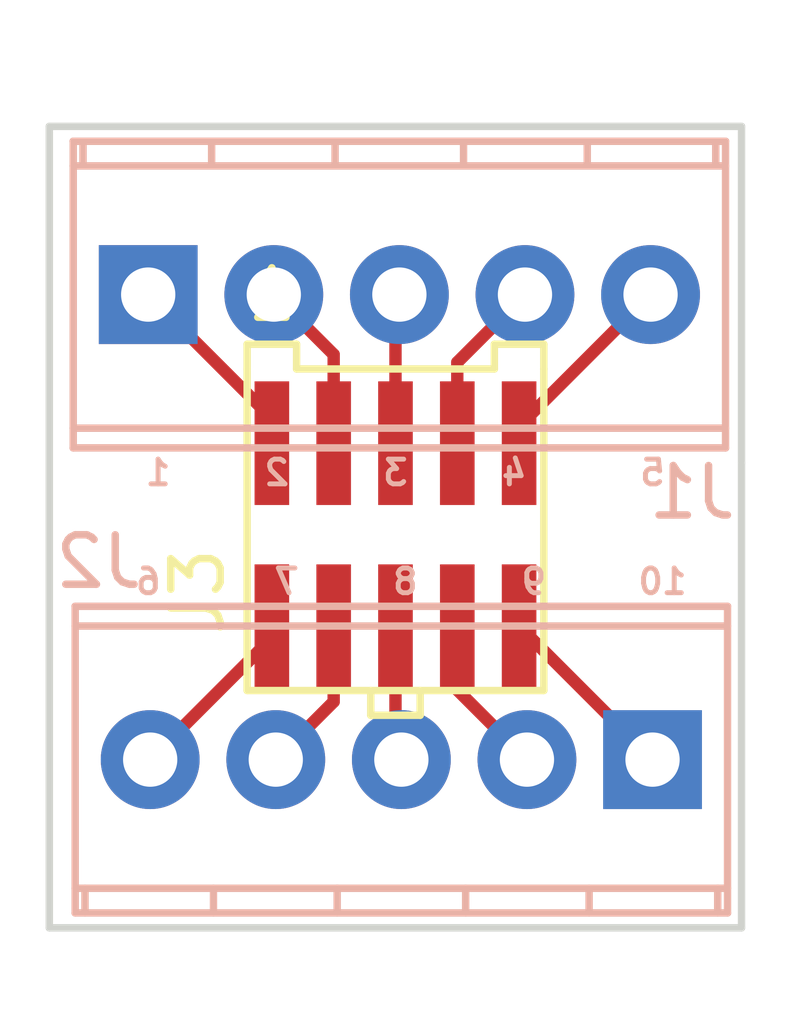
<source format=kicad_pcb>
(kicad_pcb (version 4) (host pcbnew 4.0.6)

  (general
    (links 10)
    (no_connects 0)
    (area 143.924999 100.524999 158.075001 116.875001)
    (thickness 1.6)
    (drawings 15)
    (tracks 20)
    (zones 0)
    (modules 3)
    (nets 11)
  )

  (page A4)
  (layers
    (0 F.Cu signal)
    (31 B.Cu signal)
    (32 B.Adhes user)
    (33 F.Adhes user)
    (34 B.Paste user)
    (35 F.Paste user)
    (36 B.SilkS user)
    (37 F.SilkS user)
    (38 B.Mask user)
    (39 F.Mask user)
    (40 Dwgs.User user)
    (41 Cmts.User user)
    (42 Eco1.User user)
    (43 Eco2.User user)
    (44 Edge.Cuts user)
    (45 Margin user)
    (46 B.CrtYd user)
    (47 F.CrtYd user)
    (48 B.Fab user)
    (49 F.Fab user)
  )

  (setup
    (last_trace_width 0.25)
    (trace_clearance 0.2)
    (zone_clearance 0.508)
    (zone_45_only no)
    (trace_min 0.2)
    (segment_width 0.2)
    (edge_width 0.15)
    (via_size 0.6)
    (via_drill 0.4)
    (via_min_size 0.4)
    (via_min_drill 0.3)
    (uvia_size 0.3)
    (uvia_drill 0.1)
    (uvias_allowed no)
    (uvia_min_size 0.2)
    (uvia_min_drill 0.1)
    (pcb_text_width 0.3)
    (pcb_text_size 1.5 1.5)
    (mod_edge_width 0.15)
    (mod_text_size 1 1)
    (mod_text_width 0.15)
    (pad_size 1.524 1.524)
    (pad_drill 0.762)
    (pad_to_mask_clearance 0.2)
    (aux_axis_origin 0 0)
    (visible_elements FFFFFF7F)
    (pcbplotparams
      (layerselection 0x00030_80000001)
      (usegerberextensions false)
      (excludeedgelayer true)
      (linewidth 0.100000)
      (plotframeref false)
      (viasonmask false)
      (mode 1)
      (useauxorigin false)
      (hpglpennumber 1)
      (hpglpenspeed 20)
      (hpglpendiameter 15)
      (hpglpenoverlay 2)
      (psnegative false)
      (psa4output false)
      (plotreference true)
      (plotvalue true)
      (plotinvisibletext false)
      (padsonsilk false)
      (subtractmaskfromsilk false)
      (outputformat 1)
      (mirror false)
      (drillshape 1)
      (scaleselection 1)
      (outputdirectory ""))
  )

  (net 0 "")
  (net 1 "Net-(J1-Pad4)")
  (net 2 "Net-(J1-Pad1)")
  (net 3 "Net-(J1-Pad2)")
  (net 4 "Net-(J1-Pad3)")
  (net 5 "Net-(J1-Pad5)")
  (net 6 "Net-(J2-Pad4)")
  (net 7 "Net-(J2-Pad1)")
  (net 8 "Net-(J2-Pad2)")
  (net 9 "Net-(J2-Pad3)")
  (net 10 "Net-(J2-Pad5)")

  (net_class Default "This is the default net class."
    (clearance 0.2)
    (trace_width 0.25)
    (via_dia 0.6)
    (via_drill 0.4)
    (uvia_dia 0.3)
    (uvia_drill 0.1)
    (add_net "Net-(J1-Pad1)")
    (add_net "Net-(J1-Pad2)")
    (add_net "Net-(J1-Pad3)")
    (add_net "Net-(J1-Pad4)")
    (add_net "Net-(J1-Pad5)")
    (add_net "Net-(J2-Pad1)")
    (add_net "Net-(J2-Pad2)")
    (add_net "Net-(J2-Pad3)")
    (add_net "Net-(J2-Pad4)")
    (add_net "Net-(J2-Pad5)")
  )

  (module Connectors_Terminal_Blocks:TerminalBlock_Pheonix_MPT-2.54mm_5pol (layer B.Cu) (tedit 598CCDF4) (tstamp 598CCD9F)
    (at 146 104)
    (descr "5-way 2.54mm pitch terminal block, Phoenix MPT series")
    (path /598CC693)
    (fp_text reference J1 (at 11 4) (layer B.SilkS)
      (effects (font (size 1 1) (thickness 0.15)) (justify mirror))
    )
    (fp_text value Screw_Terminal_1x05 (at 5.08 -4.50088) (layer B.Fab)
      (effects (font (size 1 1) (thickness 0.15)) (justify mirror))
    )
    (fp_line (start -1.778 3.302) (end 11.938 3.302) (layer B.CrtYd) (width 0.05))
    (fp_line (start -1.778 -3.302) (end -1.778 3.302) (layer B.CrtYd) (width 0.05))
    (fp_line (start 11.938 -3.302) (end -1.778 -3.302) (layer B.CrtYd) (width 0.05))
    (fp_line (start 11.938 3.302) (end 11.938 -3.302) (layer B.CrtYd) (width 0.05))
    (fp_line (start 8.87984 -2.60096) (end 8.87984 -3.0988) (layer B.SilkS) (width 0.15))
    (fp_line (start 11.67892 -3.0988) (end -1.51892 -3.0988) (layer B.SilkS) (width 0.15))
    (fp_line (start -1.51892 -2.60096) (end 11.67892 -2.60096) (layer B.SilkS) (width 0.15))
    (fp_line (start -1.51892 2.70002) (end 11.67892 2.70002) (layer B.SilkS) (width 0.15))
    (fp_line (start 11.67892 3.0988) (end -1.51892 3.0988) (layer B.SilkS) (width 0.15))
    (fp_line (start 6.37794 -2.60096) (end 6.37794 -3.0988) (layer B.SilkS) (width 0.15))
    (fp_line (start 3.77952 -2.60096) (end 3.77952 -3.0988) (layer B.SilkS) (width 0.15))
    (fp_line (start -1.31826 -3.0988) (end -1.31826 -2.60096) (layer B.SilkS) (width 0.15))
    (fp_line (start 11.47826 -2.60096) (end 11.47826 -3.0988) (layer B.SilkS) (width 0.15))
    (fp_line (start 1.2827 -3.0988) (end 1.2827 -2.60096) (layer B.SilkS) (width 0.15))
    (fp_line (start 11.67638 -3.0988) (end 11.67638 3.0988) (layer B.SilkS) (width 0.15))
    (fp_line (start -1.51638 3.0988) (end -1.51638 -3.0988) (layer B.SilkS) (width 0.15))
    (pad 4 thru_hole oval (at 7.62 0 180) (size 1.99898 1.99898) (drill 1.09728) (layers *.Cu *.Mask)
      (net 1 "Net-(J1-Pad4)"))
    (pad 1 thru_hole rect (at 0 0 180) (size 1.99898 1.99898) (drill 1.09728) (layers *.Cu *.Mask)
      (net 2 "Net-(J1-Pad1)"))
    (pad 2 thru_hole oval (at 2.54 0 180) (size 1.99898 1.99898) (drill 1.09728) (layers *.Cu *.Mask)
      (net 3 "Net-(J1-Pad2)"))
    (pad 3 thru_hole oval (at 5.08 0 180) (size 1.99898 1.99898) (drill 1.09728) (layers *.Cu *.Mask)
      (net 4 "Net-(J1-Pad3)"))
    (pad 5 thru_hole oval (at 10.16 0 180) (size 1.99898 1.99898) (drill 1.09728) (layers *.Cu *.Mask)
      (net 5 "Net-(J1-Pad5)"))
    (model Terminal_Blocks.3dshapes/TerminalBlock_Pheonix_MPT-2.54mm_5pol.wrl
      (at (xyz 0.2 0 0))
      (scale (xyz 1 1 1))
      (rotate (xyz 0 0 0))
    )
  )

  (module Connectors_Terminal_Blocks:TerminalBlock_Pheonix_MPT-2.54mm_5pol (layer B.Cu) (tedit 598CCDFD) (tstamp 598CCDA8)
    (at 156.2 113.4 180)
    (descr "5-way 2.54mm pitch terminal block, Phoenix MPT series")
    (path /598CC6B2)
    (fp_text reference J2 (at 11.2 4 180) (layer B.SilkS)
      (effects (font (size 1 1) (thickness 0.15)) (justify mirror))
    )
    (fp_text value Screw_Terminal_1x05 (at 5.08 -4.50088 180) (layer B.Fab)
      (effects (font (size 1 1) (thickness 0.15)) (justify mirror))
    )
    (fp_line (start -1.778 3.302) (end 11.938 3.302) (layer B.CrtYd) (width 0.05))
    (fp_line (start -1.778 -3.302) (end -1.778 3.302) (layer B.CrtYd) (width 0.05))
    (fp_line (start 11.938 -3.302) (end -1.778 -3.302) (layer B.CrtYd) (width 0.05))
    (fp_line (start 11.938 3.302) (end 11.938 -3.302) (layer B.CrtYd) (width 0.05))
    (fp_line (start 8.87984 -2.60096) (end 8.87984 -3.0988) (layer B.SilkS) (width 0.15))
    (fp_line (start 11.67892 -3.0988) (end -1.51892 -3.0988) (layer B.SilkS) (width 0.15))
    (fp_line (start -1.51892 -2.60096) (end 11.67892 -2.60096) (layer B.SilkS) (width 0.15))
    (fp_line (start -1.51892 2.70002) (end 11.67892 2.70002) (layer B.SilkS) (width 0.15))
    (fp_line (start 11.67892 3.0988) (end -1.51892 3.0988) (layer B.SilkS) (width 0.15))
    (fp_line (start 6.37794 -2.60096) (end 6.37794 -3.0988) (layer B.SilkS) (width 0.15))
    (fp_line (start 3.77952 -2.60096) (end 3.77952 -3.0988) (layer B.SilkS) (width 0.15))
    (fp_line (start -1.31826 -3.0988) (end -1.31826 -2.60096) (layer B.SilkS) (width 0.15))
    (fp_line (start 11.47826 -2.60096) (end 11.47826 -3.0988) (layer B.SilkS) (width 0.15))
    (fp_line (start 1.2827 -3.0988) (end 1.2827 -2.60096) (layer B.SilkS) (width 0.15))
    (fp_line (start 11.67638 -3.0988) (end 11.67638 3.0988) (layer B.SilkS) (width 0.15))
    (fp_line (start -1.51638 3.0988) (end -1.51638 -3.0988) (layer B.SilkS) (width 0.15))
    (pad 4 thru_hole oval (at 7.62 0) (size 1.99898 1.99898) (drill 1.09728) (layers *.Cu *.Mask)
      (net 6 "Net-(J2-Pad4)"))
    (pad 1 thru_hole rect (at 0 0) (size 1.99898 1.99898) (drill 1.09728) (layers *.Cu *.Mask)
      (net 7 "Net-(J2-Pad1)"))
    (pad 2 thru_hole oval (at 2.54 0) (size 1.99898 1.99898) (drill 1.09728) (layers *.Cu *.Mask)
      (net 8 "Net-(J2-Pad2)"))
    (pad 3 thru_hole oval (at 5.08 0) (size 1.99898 1.99898) (drill 1.09728) (layers *.Cu *.Mask)
      (net 9 "Net-(J2-Pad3)"))
    (pad 5 thru_hole oval (at 10.16 0) (size 1.99898 1.99898) (drill 1.09728) (layers *.Cu *.Mask)
      (net 10 "Net-(J2-Pad5)"))
    (model Terminal_Blocks.3dshapes/TerminalBlock_Pheonix_MPT-2.54mm_5pol.wrl
      (at (xyz 0.2 0 0))
      (scale (xyz 1 1 1))
      (rotate (xyz 0 0 0))
    )
  )

  (module MyConnectors:Gecko10Pin_SMD_Female (layer F.Cu) (tedit 598CBB14) (tstamp 598CCDB6)
    (at 148.5011 105.0036)
    (path /598CC70A)
    (fp_text reference J3 (at -1.5 5 90) (layer F.SilkS)
      (effects (font (size 1 1) (thickness 0.15)))
    )
    (fp_text value CONN_01X10 (at -3 -2 90) (layer F.Fab)
      (effects (font (size 1 1) (thickness 0.15)))
    )
    (fp_text user 1 (at 0 -1) (layer F.SilkS)
      (effects (font (size 1 1) (thickness 0.15)))
    )
    (fp_line (start 2 7) (end 2 7.5) (layer F.SilkS) (width 0.15))
    (fp_line (start 2 7.5) (end 3 7.5) (layer F.SilkS) (width 0.15))
    (fp_line (start 3 7.5) (end 3 7) (layer F.SilkS) (width 0.15))
    (fp_line (start 5.5 0.5) (end 5.5 7) (layer F.SilkS) (width 0.15))
    (fp_line (start 5.5 7) (end -0.5 7) (layer F.SilkS) (width 0.15))
    (fp_line (start -0.5 7) (end -0.5 0.5) (layer F.SilkS) (width 0.15))
    (fp_line (start -0.5 0.5) (end -0.5 0) (layer F.SilkS) (width 0.15))
    (fp_line (start -0.5 0) (end 0.5 0) (layer F.SilkS) (width 0.15))
    (fp_line (start 0.5 0) (end 0.5 0.5) (layer F.SilkS) (width 0.15))
    (fp_line (start 0.5 0.5) (end 4.5 0.5) (layer F.SilkS) (width 0.15))
    (fp_line (start 4.5 0.5) (end 4.5 0) (layer F.SilkS) (width 0.15))
    (fp_line (start 4.5 0) (end 5.5 0) (layer F.SilkS) (width 0.15))
    (fp_line (start 5.5 0) (end 5.5 0.5) (layer F.SilkS) (width 0.15))
    (pad 1 smd rect (at 0 2) (size 0.7 2.5) (layers F.Cu F.Paste F.Mask)
      (net 2 "Net-(J1-Pad1)"))
    (pad 2 smd rect (at 1.25 2) (size 0.7 2.5) (layers F.Cu F.Paste F.Mask)
      (net 3 "Net-(J1-Pad2)"))
    (pad 3 smd rect (at 2.5 2) (size 0.7 2.5) (layers F.Cu F.Paste F.Mask)
      (net 4 "Net-(J1-Pad3)"))
    (pad 4 smd rect (at 3.75 2) (size 0.7 2.5) (layers F.Cu F.Paste F.Mask)
      (net 1 "Net-(J1-Pad4)"))
    (pad 5 smd rect (at 5 2) (size 0.7 2.5) (layers F.Cu F.Paste F.Mask)
      (net 5 "Net-(J1-Pad5)"))
    (pad 6 smd rect (at 0 5.7) (size 0.7 2.5) (layers F.Cu F.Paste F.Mask)
      (net 10 "Net-(J2-Pad5)"))
    (pad 7 smd rect (at 1.25 5.7) (size 0.7 2.5) (layers F.Cu F.Paste F.Mask)
      (net 6 "Net-(J2-Pad4)"))
    (pad 8 smd rect (at 2.5 5.7) (size 0.7 2.5) (layers F.Cu F.Paste F.Mask)
      (net 9 "Net-(J2-Pad3)"))
    (pad 9 smd rect (at 3.75 5.7) (size 0.7 2.5) (layers F.Cu F.Paste F.Mask)
      (net 8 "Net-(J2-Pad2)"))
    (pad 10 smd rect (at 5 5.7) (size 0.7 2.5) (layers F.Cu F.Paste F.Mask)
      (net 7 "Net-(J2-Pad1)"))
  )

  (gr_line (start 158 116.8) (end 144 116.8) (angle 90) (layer Edge.Cuts) (width 0.15))
  (gr_line (start 158 116.8) (end 158 107.4) (angle 90) (layer Edge.Cuts) (width 0.15))
  (gr_line (start 144 100.6) (end 144 116.8) (angle 90) (layer Edge.Cuts) (width 0.15))
  (gr_line (start 158 100.6) (end 144 100.6) (angle 90) (layer Edge.Cuts) (width 0.15))
  (gr_line (start 158 107.4) (end 158 100.6) (angle 90) (layer Edge.Cuts) (width 0.15))
  (gr_text 6 (at 146 109.8) (layer B.SilkS)
    (effects (font (size 0.5 0.5) (thickness 0.1)) (justify mirror))
  )
  (gr_text 7 (at 148.8 109.8) (layer B.SilkS)
    (effects (font (size 0.5 0.5) (thickness 0.1)) (justify mirror))
  )
  (gr_text 8 (at 151.2 109.8) (layer B.SilkS)
    (effects (font (size 0.5 0.5) (thickness 0.1)) (justify mirror))
  )
  (gr_text 9 (at 153.8 109.8) (layer B.SilkS)
    (effects (font (size 0.5 0.5) (thickness 0.1)) (justify mirror))
  )
  (gr_text 10 (at 156.4 109.8) (layer B.SilkS)
    (effects (font (size 0.5 0.5) (thickness 0.1)) (justify mirror))
  )
  (gr_text 5 (at 156.2 107.6) (layer B.SilkS)
    (effects (font (size 0.5 0.5) (thickness 0.1)) (justify mirror))
  )
  (gr_text 4 (at 153.4 107.6) (layer B.SilkS)
    (effects (font (size 0.5 0.5) (thickness 0.1)) (justify mirror))
  )
  (gr_text 3 (at 151 107.6) (layer B.SilkS)
    (effects (font (size 0.5 0.5) (thickness 0.1)) (justify mirror))
  )
  (gr_text 2 (at 148.6 107.6) (layer B.SilkS)
    (effects (font (size 0.5 0.5) (thickness 0.1)) (justify mirror))
  )
  (gr_text 1 (at 146.2 107.6) (layer B.SilkS)
    (effects (font (size 0.5 0.5) (thickness 0.1)) (justify mirror))
  )

  (segment (start 152.2511 107.0036) (end 152.2511 105.3689) (width 0.25) (layer F.Cu) (net 1) (status 400000))
  (segment (start 152.2511 105.3689) (end 153.62 104) (width 0.25) (layer F.Cu) (net 1) (tstamp 598CCDDC) (status 800000))
  (segment (start 148.5011 107.0036) (end 148.5011 106.5011) (width 0.25) (layer F.Cu) (net 2) (status C00000))
  (segment (start 148.5011 106.5011) (end 146 104) (width 0.25) (layer F.Cu) (net 2) (tstamp 598CCDD2) (status C00000))
  (segment (start 149.7511 107.0036) (end 149.7511 105.2111) (width 0.25) (layer F.Cu) (net 3) (status 400000))
  (segment (start 149.7511 105.2111) (end 148.54 104) (width 0.25) (layer F.Cu) (net 3) (tstamp 598CCDD5) (status 800000))
  (segment (start 151.0011 107.0036) (end 151.0011 104.0789) (width 0.25) (layer F.Cu) (net 4) (status C00000))
  (segment (start 151.0011 104.0789) (end 151.08 104) (width 0.25) (layer F.Cu) (net 4) (tstamp 598CCDD9) (status C00000))
  (segment (start 153.5011 107.0036) (end 153.5011 106.6589) (width 0.25) (layer F.Cu) (net 5) (status C00000))
  (segment (start 153.5011 106.6589) (end 156.16 104) (width 0.25) (layer F.Cu) (net 5) (tstamp 598CCDE0) (status C00000))
  (segment (start 149.7511 110.7036) (end 149.7511 112.2289) (width 0.25) (layer F.Cu) (net 6) (status 400000))
  (segment (start 149.7511 112.2289) (end 148.58 113.4) (width 0.25) (layer F.Cu) (net 6) (tstamp 598CCDED) (status 800000))
  (segment (start 153.5011 110.7036) (end 153.5036 110.7036) (width 0.25) (layer F.Cu) (net 7) (status C00000))
  (segment (start 153.5036 110.7036) (end 156.2 113.4) (width 0.25) (layer F.Cu) (net 7) (tstamp 598CCDE3) (status C00000))
  (segment (start 152.2511 110.7036) (end 152.2511 111.9911) (width 0.25) (layer F.Cu) (net 8) (status 400000))
  (segment (start 152.2511 111.9911) (end 153.66 113.4) (width 0.25) (layer F.Cu) (net 8) (tstamp 598CCDE6) (status 800000))
  (segment (start 151.0011 110.7036) (end 151.0011 113.2811) (width 0.25) (layer F.Cu) (net 9) (status C00000))
  (segment (start 151.0011 113.2811) (end 151.12 113.4) (width 0.25) (layer F.Cu) (net 9) (tstamp 598CCDEA) (status C00000))
  (segment (start 148.5011 110.7036) (end 148.5011 110.9389) (width 0.25) (layer F.Cu) (net 10) (status C00000))
  (segment (start 148.5011 110.9389) (end 146.04 113.4) (width 0.25) (layer F.Cu) (net 10) (tstamp 598CCDF1) (status C00000))

)

</source>
